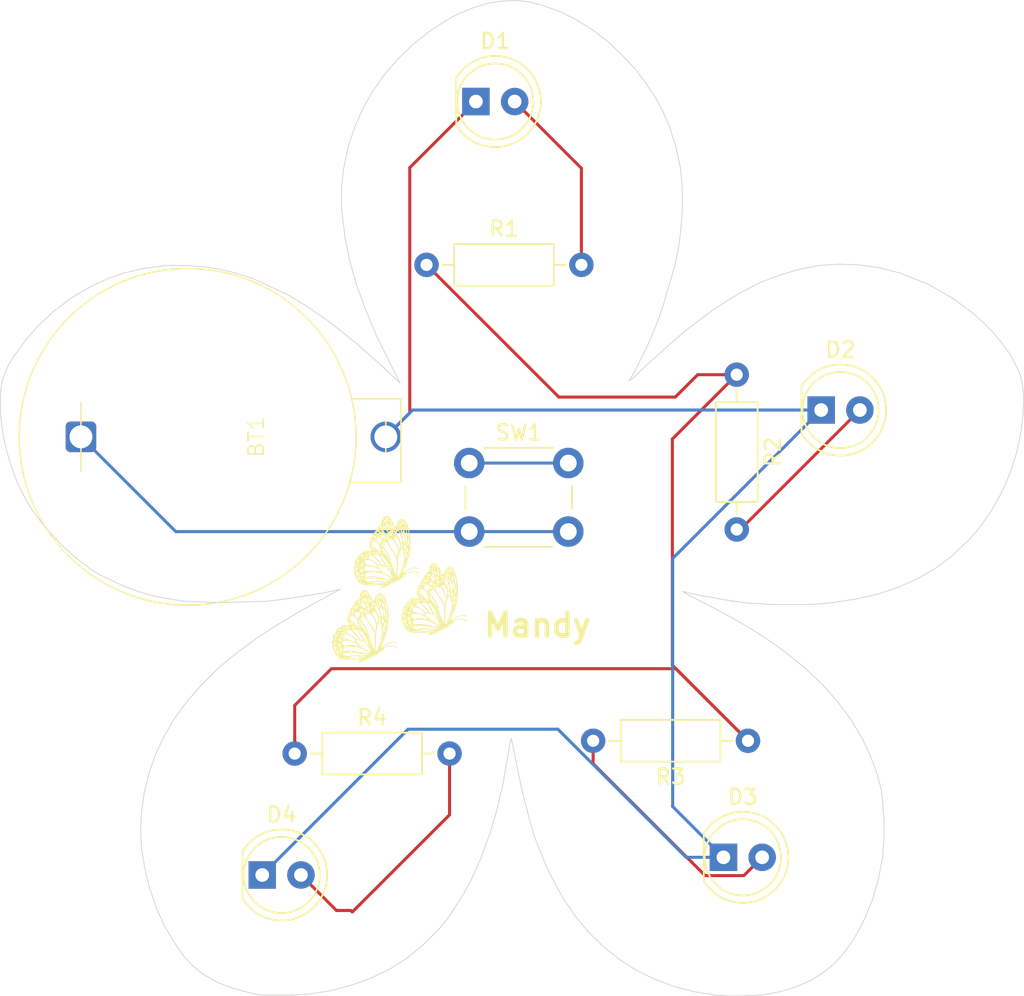
<source format=kicad_pcb>
(kicad_pcb (version 20241229) (generator "pcbnew") (generator_version "9.0")
  (layers (0 "F.Cu" signal) (2 "B.Cu" signal) (13 "F.Paste" user) (15 "B.Paste" user) (5 "F.SilkS" user "F.Silkscreen") (7 "B.SilkS" user "B.Silkscreen") (1 "F.Mask" user) (3 "B.Mask" user) (25 "Edge.Cuts" user))
  (net 0 "")
  (net 1 "Net-(BT1-+)")
  (net 2 "Net-(BT1--)")
  (net 3 "Net-(D1-A)")
  (net 4 "Net-(D2-A)")
  (net 5 "Net-(D3-A)")
  (net 6 "Net-(D4-A)")
  (net 7 "Net-(SW1-C)")
  (net 8 "unconnected-(SW1-A-Pad1)")
  (footprint "Graphics:butterfly2" (layer "F.Cu") (at 95.57 126.89)
    (property "Reference" "G***" (hide yes))
    (property "Value" "LOGO" (hide yes))
  )
  (footprint "Graphics:butterfly2" (layer "F.Cu") (at 100.13 125.13)
    (property "Reference" "G***" (hide yes))
    (property "Value" "LOGO" (hide yes))
  )
  (footprint "Resistor_THT:R_Axial_DIN0207_L6.3mm_D2.5mm_P10.16mm_Horizontal" (layer "F.Cu") (at 99.63 103.16)
    (property "Reference" "R1" (at 5.08 -2.37 0) (layer "F.SilkS"))
    (property "Value" "R")
    (pad "1" thru_hole circle (at 0 0) (size 1.6 1.6) (drill 0.8) (layers "*.Cu" "*.Mask") (net 7 "Net-(SW1-C)"))
    (pad "2" thru_hole circle (at 10.16 0) (size 1.6 1.6) (drill 0.8) (layers "*.Cu" "*.Mask") (net 3 "Net-(D1-A)"))
  )
  (footprint "Graphics:butterfly2" (layer "F.Cu") (at 97.01 122.01)
    (property "Reference" "G***" (hide yes))
    (property "Value" "LOGO" (hide yes))
  )
  (footprint "LED_THT:LED_D5.0mm" (layer "F.Cu") (at 102.87 92.44)
    (property "Reference" "D1" (at 1.27 -3.96 0) (layer "F.SilkS"))
    (property "Value" "LED")
    (pad "1" thru_hole rect (at 0 0) (size 1.8 1.8) (drill 0.9) (layers "*.Cu" "*.Mask") (net 2 "Net-(BT1--)"))
    (pad "2" thru_hole circle (at 2.54 0) (size 1.8 1.8) (drill 0.9) (layers "*.Cu" "*.Mask") (net 3 "Net-(D1-A)"))
  )
  (footprint "custom_footprints:CR2032 Button Battery Holder 2 Pin" (layer "F.Cu") (at 88.955249 114.449751 90)
    (property "Reference" "BT1" (at 0 -0.5 90) (layer "F.SilkS") (effects (font (thickness 0.1))))
    (property "Value" "Battery_Cell")
    (pad "1" thru_hole roundrect (at 0 -12 90) (size 2 2) (drill 1.5) (layers "*.Cu" "*.Mask") (roundrect_rratio 0.15) (net 1 "Net-(BT1-+)"))
    (pad "2" thru_hole circle (at 0 8 90) (size 2 2) (drill 1.5) (layers "*.Cu" "*.Mask") (net 2 "Net-(BT1--)"))
  )
  (footprint "Resistor_THT:R_Axial_DIN0207_L6.3mm_D2.5mm_P10.16mm_Horizontal" (layer "F.Cu") (at 90.98 135.24)
    (property "Reference" "R4" (at 5.08 -2.37 0) (layer "F.SilkS"))
    (property "Value" "R")
    (pad "1" thru_hole circle (at 0 0) (size 1.6 1.6) (drill 0.8) (layers "*.Cu" "*.Mask") (net 7 "Net-(SW1-C)"))
    (pad "2" thru_hole circle (at 10.16 0) (size 1.6 1.6) (drill 0.8) (layers "*.Cu" "*.Mask") (net 6 "Net-(D4-A)"))
  )
  (footprint "Resistor_THT:R_Axial_DIN0207_L6.3mm_D2.5mm_P10.16mm_Horizontal" (layer "F.Cu") (at 119.98 110.37 -90)
    (property "Reference" "R2" (at 5.08 -2.37 90) (layer "F.SilkS"))
    (property "Value" "R")
    (pad "1" thru_hole circle (at 0 0 270) (size 1.6 1.6) (drill 0.8) (layers "*.Cu" "*.Mask") (net 7 "Net-(SW1-C)"))
    (pad "2" thru_hole circle (at 10.16 0 270) (size 1.6 1.6) (drill 0.8) (layers "*.Cu" "*.Mask") (net 4 "Net-(D2-A)"))
  )
  (footprint "Button_Switch_THT:SW_PUSH_6mm" (layer "F.Cu") (at 102.43 116.17)
    (property "Reference" "SW1" (at 3.25 -2 0) (layer "F.SilkS"))
    (property "Value" "SW_SPDT")
    (pad "1" thru_hole circle (at 0 0 90) (size 2 2) (drill 1.1) (layers "*.Cu" "*.Mask") (net 8 "unconnected-(SW1-A-Pad1)"))
    (pad "1" thru_hole circle (at 6.5 0 90) (size 2 2) (drill 1.1) (layers "*.Cu" "*.Mask") (net 8 "unconnected-(SW1-A-Pad1)"))
    (pad "2" thru_hole circle (at 0 4.5 90) (size 2 2) (drill 1.1) (layers "*.Cu" "*.Mask") (net 1 "Net-(BT1-+)"))
    (pad "2" thru_hole circle (at 6.5 4.5 90) (size 2 2) (drill 1.1) (layers "*.Cu" "*.Mask") (net 1 "Net-(BT1-+)"))
  )
  (footprint "Resistor_THT:R_Axial_DIN0207_L6.3mm_D2.5mm_P10.16mm_Horizontal" (layer "F.Cu") (at 120.72 134.4 180)
    (property "Reference" "R3" (at 5.08 -2.37 0) (layer "F.SilkS"))
    (property "Value" "R")
    (pad "1" thru_hole circle (at 0 0 180) (size 1.6 1.6) (drill 0.8) (layers "*.Cu" "*.Mask") (net 7 "Net-(SW1-C)"))
    (pad "2" thru_hole circle (at 10.16 0 180) (size 1.6 1.6) (drill 0.8) (layers "*.Cu" "*.Mask") (net 5 "Net-(D3-A)"))
  )
  (footprint "LED_THT:LED_D5.0mm" (layer "F.Cu") (at 125.52 112.69)
    (property "Reference" "D2" (at 1.27 -3.96 0) (layer "F.SilkS"))
    (property "Value" "LED")
    (pad "1" thru_hole rect (at 0 0) (size 1.8 1.8) (drill 0.9) (layers "*.Cu" "*.Mask") (net 2 "Net-(BT1--)"))
    (pad "2" thru_hole circle (at 2.54 0) (size 1.8 1.8) (drill 0.9) (layers "*.Cu" "*.Mask") (net 4 "Net-(D2-A)"))
  )
  (footprint "LED_THT:LED_D5.0mm" (layer "F.Cu") (at 88.85 143.21)
    (property "Reference" "D4" (at 1.27 -3.96 0) (layer "F.SilkS"))
    (property "Value" "LED")
    (pad "1" thru_hole rect (at 0 0) (size 1.8 1.8) (drill 0.9) (layers "*.Cu" "*.Mask") (net 2 "Net-(BT1--)"))
    (pad "2" thru_hole circle (at 2.54 0) (size 1.8 1.8) (drill 0.9) (layers "*.Cu" "*.Mask") (net 6 "Net-(D4-A)"))
  )
  (footprint "LED_THT:LED_D5.0mm" (layer "F.Cu") (at 119.11 142.05)
    (property "Reference" "D3" (at 1.27 -3.96 0) (layer "F.SilkS"))
    (property "Value" "LED")
    (pad "1" thru_hole rect (at 0 0) (size 1.8 1.8) (drill 0.9) (layers "*.Cu" "*.Mask") (net 2 "Net-(BT1--)"))
    (pad "2" thru_hole circle (at 2.54 0) (size 1.8 1.8) (drill 0.9) (layers "*.Cu" "*.Mask") (net 5 "Net-(D3-A)"))
  )
  (footprint "MountingHole:MountingHole_2mm" (layer "F.Cu") (at 111.66 92.48)
    (property "Reference" "H1" (hide yes))
    (property "Value" "MountingHole")
    (pad "" np_thru_hole circle (at 0 0) (size 2 2) (drill 2) (layers "*.Cu" "*.Mask"))
  )
  (gr_line (start 85.79 150.2) (end 84.92 149.69) (stroke (width 0.05)) (layer "Edge.Cuts"))
  (gr_line (start 88.57 127.61) (end 89.88 126.76) (stroke (width 0.05)) (layer "Edge.Cuts"))
  (gr_line (start 115.15 105.83) (end 114.92 106.52) (stroke (width 0.05)) (layer "Edge.Cuts"))
  (gr_line (start 124.5 129.67) (end 125.65 130.75) (stroke (width 0.05)) (layer "Edge.Cuts"))
  (gr_line (start 138.77 111.35) (end 138.81 112.14) (stroke (width 0.05)) (layer "Edge.Cuts"))
  (gr_line (start 118.65 151.11) (end 118.19 151.02) (stroke (width 0.05)) (layer "Edge.Cuts"))
  (gr_line (start 119.21 126.08) (end 120.2 126.63) (stroke (width 0.05)) (layer "Edge.Cuts"))
  (gr_line (start 84.86 130.74) (end 86 129.6) (stroke (width 0.05)) (layer "Edge.Cuts"))
  (gr_line (start 89.19 125.24) (end 86.08 125.33) (stroke (width 0.05)) (layer "Edge.Cuts"))
  (gr_line (start 128.04 146.75) (end 127.63 147.47) (stroke (width 0.05)) (layer "Edge.Cuts"))
  (gr_line (start 125.64 149.63) (end 124.83 150.13) (stroke (width 0.05)) (layer "Edge.Cuts"))
  (gr_line (start 81.99 124.95) (end 81.41 124.81) (stroke (width 0.05)) (layer "Edge.Cuts"))
  (gr_line (start 86.93 150.65) (end 86.54 150.51) (stroke (width 0.05)) (layer "Edge.Cuts"))
  (gr_line (start 94.05 98.11) (end 94.2 96.78) (stroke (width 0.05)) (layer "Edge.Cuts"))
  (gr_line (start 74.39 120.11) (end 73.79 119.29) (stroke (width 0.05)) (layer "Edge.Cuts"))
  (gr_line (start 138.51 114.78) (end 138.26 115.78) (stroke (width 0.05)) (layer "Edge.Cuts"))
  (gr_line (start 83.94 131.79) (end 84.86 130.74) (stroke (width 0.05)) (layer "Edge.Cuts"))
  (gr_line (start 97.71 89.69) (end 98.72 88.71) (stroke (width 0.05)) (layer "Edge.Cuts"))
  (gr_line (start 115.11 93.02) (end 115.6 94.19) (stroke (width 0.05)) (layer "Edge.Cuts"))
  (gr_line (start 110.24 146.94) (end 109.35 145.86) (stroke (width 0.05)) (layer "Edge.Cuts"))
  (gr_line (start 101.04 146.03) (end 100.39 146.83) (stroke (width 0.05)) (layer "Edge.Cuts"))
  (gr_line (start 121.25 151.11) (end 120.24 151.15) (stroke (width 0.05)) (layer "Edge.Cuts"))
  (gr_line (start 72.16 115.66) (end 71.93 114.7) (stroke (width 0.05)) (layer "Edge.Cuts"))
  (gr_line (start 112.44 89.37) (end 113.34 90.33) (stroke (width 0.05)) (layer "Edge.Cuts"))
  (gr_line (start 80.92 139.23) (end 81.09 137.92) (stroke (width 0.05)) (layer "Edge.Cuts"))
  (gr_line (start 129.64 139.64) (end 129.64 140.75) (stroke (width 0.05)) (layer "Edge.Cuts"))
  (gr_line (start 81.88 145.33) (end 81.47 144.08) (stroke (width 0.05)) (layer "Edge.Cuts"))
  (gr_line (start 103.64 85.99) (end 104.53 85.85) (stroke (width 0.05)) (layer "Edge.Cuts"))
  (gr_line (start 132.97 123.11) (end 131.86 123.75) (stroke (width 0.05)) (layer "Edge.Cuts"))
  (gr_line (start 78.6 104.11) (end 79.8 103.69) (stroke (width 0.05)) (layer "Edge.Cuts"))
  (gr_line (start 138.76 112.69) (end 138.76 113.02) (stroke (width 0.05)) (layer "Edge.Cuts"))
  (gr_line (start 83.04 147.58) (end 82.4 146.47) (stroke (width 0.05)) (layer "Edge.Cuts"))
  (gr_line (start 129.47 137.64) (end 129.53 138.08) (stroke (width 0.05)) (layer "Edge.Cuts"))
  (gr_line (start 94.05 99.45) (end 94.05 98.11) (stroke (width 0.05)) (layer "Edge.Cuts"))
  (gr_line (start 138.68 113.83) (end 138.51 114.78) (stroke (width 0.05)) (layer "Edge.Cuts"))
  (gr_line (start 138.76 113.02) (end 138.68 113.83) (stroke (width 0.05)) (layer "Edge.Cuts"))
  (gr_line (start 71.67 112.04) (end 71.71 111.28) (stroke (width 0.05)) (layer "Edge.Cuts"))
  (gr_line (start 107.47 142.6) (end 107.05 141.55) (stroke (width 0.05)) (layer "Edge.Cuts"))
  (gr_line (start 100.79 87.2) (end 101.64 86.72) (stroke (width 0.05)) (layer "Edge.Cuts"))
  (gr_line (start 86 129.6) (end 87.19 128.62) (stroke (width 0.05)) (layer "Edge.Cuts"))
  (gr_line (start 71.93 114.7) (end 71.77 113.79) (stroke (width 0.05)) (layer "Edge.Cuts"))
  (gr_line (start 82.49 103.21) (end 83.85 103.21) (stroke (width 0.05)) (layer "Edge.Cuts"))
  (gr_line (start 83.74 148.6) (end 83.04 147.58) (stroke (width 0.05)) (layer "Edge.Cuts"))
  (gr_line (start 95.41 92.99) (end 96.04 91.85) (stroke (width 0.05)) (layer "Edge.Cuts"))
  (gr_line (start 74.74 120.52) (end 74.39 120.11) (stroke (width 0.05)) (layer "Edge.Cuts"))
  (gr_line (start 87.19 128.62) (end 88.57 127.61) (stroke (width 0.05)) (layer "Edge.Cuts"))
  (gr_line (start 113.19 110.58) (end 113.98 109.82) (stroke (width 0.05)) (layer "Edge.Cuts"))
  (gr_line (start 137.43 108.36) (end 137.92 109.05) (stroke (width 0.05)) (layer "Edge.Cuts"))
  (gr_line (start 113.98 109.82) (end 115.48 108.47) (stroke (width 0.05)) (layer "Edge.Cuts"))
  (gr_line (start 97.89 110.92) (end 96.36 107.85) (stroke (width 0.05)) (layer "Edge.Cuts"))
  (gr_line (start 88.78 151.09) (end 88.13 150.97) (stroke (width 0.05)) (layer "Edge.Cuts"))
  (gr_line (start 116.17 102.01) (end 115.93 103.19) (stroke (width 0.05)) (layer "Edge.Cuts"))
  (gr_line (start 91.72 124.88) (end 90.73 125.04) (stroke (width 0.05)) (layer "Edge.Cuts"))
  (gr_line (start 135.45 106.32) (end 136.08 106.86) (stroke (width 0.05)) (layer "Edge.Cuts"))
  (gr_line (start 102.55 143.55) (end 102.09 144.4) (stroke (width 0.05)) (layer "Edge.Cuts"))
  (gr_line (start 75.14 106.23) (end 76.26 105.38) (stroke (width 0.05)) (layer "Edge.Cuts"))
  (gr_line (start 72.57 109.15) (end 73.35 108.07) (stroke (width 0.05)) (layer "Edge.Cuts"))
  (gr_line (start 80.88 124.65) (end 79.95 124.32) (stroke (width 0.05)) (layer "Edge.Cuts"))
  (gr_line (start 82.42 134.1) (end 83.07 132.97) (stroke (width 0.05)) (layer "Edge.Cuts"))
  (gr_line (start 121.36 127.33) (end 122.22 127.9) (stroke (width 0.05)) (layer "Edge.Cuts"))
  (gr_line (start 133.98 122.37) (end 132.97 123.11) (stroke (width 0.05)) (layer "Edge.Cuts"))
  (gr_line (start 129.64 140.75) (end 129.56 141.98) (stroke (width 0.05)) (layer "Edge.Cuts"))
  (gr_line (start 107.05 141.55) (end 106.69 140.64) (stroke (width 0.05)) (layer "Edge.Cuts"))
  (gr_line (start 104.66 137.17) (end 104.2 139.11) (stroke (width 0.05)) (layer "Edge.Cuts"))
  (gr_line (start 120.17 105.02) (end 121.52 104.32) (stroke (width 0.05)) (layer "Edge.Cuts"))
  (gr_line (start 98.29 148.71) (end 97.24 149.37) (stroke (width 0.05)) (layer "Edge.Cuts"))
  (gr_line (start 91.75 105.87) (end 93.18 106.84) (stroke (width 0.05)) (layer "Edge.Cuts"))
  (gr_line (start 83.85 103.21) (end 84.96 103.28) (stroke (width 0.05)) (layer "Edge.Cuts"))
  (gr_line (start 100.39 146.83) (end 99.32 147.87) (stroke (width 0.05)) (layer "Edge.Cuts"))
  (gr_line (start 118.19 151.02) (end 117.72 150.96) (stroke (width 0.05)) (layer "Edge.Cuts"))
  (gr_line (start 79.95 124.32) (end 79.32 124.05) (stroke (width 0.05)) (layer "Edge.Cuts"))
  (gr_line (start 84.92 149.69) (end 84.3 149.18) (stroke (width 0.05)) (layer "Edge.Cuts"))
  (gr_line (start 73.6 119.01) (end 73.1 118.1) (stroke (width 0.05)) (layer "Edge.Cuts"))
  (gr_line (start 82.4 146.47) (end 81.88 145.33) (stroke (width 0.05)) (layer "Edge.Cuts"))
  (gr_line (start 79.8 103.69) (end 81.14 103.38) (stroke (width 0.05)) (layer "Edge.Cuts"))
  (gr_line (start 96 149.97) (end 94.78 150.42) (stroke (width 0.05)) (layer "Edge.Cuts"))
  (gr_line (start 138.61 110.49) (end 138.77 111.35) (stroke (width 0.05)) (layer "Edge.Cuts"))
  (gr_line (start 128.04 103.17) (end 129.34 103.35) (stroke (width 0.05)) (layer "Edge.Cuts"))
  (gr_line (start 89.16 151.09) (end 88.78 151.09) (stroke (width 0.05)) (layer "Edge.Cuts"))
  (gr_line (start 107.41 86.18) (end 108.49 86.58) (stroke (width 0.05)) (layer "Edge.Cuts"))
  (gr_line (start 126.29 125.33) (end 124.88 125.45) (stroke (width 0.05)) (layer "Edge.Cuts"))
  (gr_line (start 122.98 150.83) (end 122.1 151.01) (stroke (width 0.05)) (layer "Edge.Cuts"))
  (gr_line (start 116.42 124.6) (end 116.87 124.87) (stroke (width 0.05)) (layer "Edge.Cuts"))
  (gr_line (start 92 125.52) (end 93.97 124.45) (stroke (width 0.05)) (layer "Edge.Cuts"))
  (gr_line (start 128.17 134.17) (end 128.73 135.34) (stroke (width 0.05)) (layer "Edge.Cuts"))
  (gr_line (start 91.81 151.04) (end 90.82 151.09) (stroke (width 0.05)) (layer "Edge.Cuts"))
  (gr_line (start 116.87 124.87) (end 117.97 125.42) (stroke (width 0.05)) (layer "Edge.Cuts"))
  (gr_line (start 122.79 103.84) (end 124.1 103.44) (stroke (width 0.05)) (layer "Edge.Cuts"))
  (gr_line (start 90.73 125.04) (end 89.19 125.24) (stroke (width 0.05)) (layer "Edge.Cuts"))
  (gr_line (start 96.83 109.92) (end 97.89 110.92) (stroke (width 0.05)) (layer "Edge.Cuts"))
  (gr_line (start 73.35 108.07) (end 74.11 107.21) (stroke (width 0.05)) (layer "Edge.Cuts"))
  (gr_line (start 129.53 138.08) (end 129.64 139.64) (stroke (width 0.05)) (layer "Edge.Cuts"))
  (gr_line (start 118.33 106.19) (end 119.22 105.6) (stroke (width 0.05)) (layer "Edge.Cuts"))
  (gr_line (start 116.29 101.09) (end 116.17 102.01) (stroke (width 0.05)) (layer "Edge.Cuts"))
  (gr_line (start 94.47 95.48) (end 94.89 94.2) (stroke (width 0.05)) (layer "Edge.Cuts"))
  (gr_line (start 93.72 124.52) (end 92.8 124.71) (stroke (width 0.05)) (layer "Edge.Cuts"))
  (gr_line (start 102.09 144.4) (end 101.42 145.46) (stroke (width 0.05)) (layer "Edge.Cuts"))
  (gr_line (start 125.44 103.2) (end 126.74 103.11) (stroke (width 0.05)) (layer "Edge.Cuts"))
  (gr_line (start 91.16 126) (end 92 125.52) (stroke (width 0.05)) (layer "Edge.Cuts"))
  (gr_line (start 77.38 104.7) (end 78.6 104.11) (stroke (width 0.05)) (layer "Edge.Cuts"))
  (gr_line (start 135.2 121.23) (end 133.98 122.37) (stroke (width 0.05)) (layer "Edge.Cuts"))
  (gr_line (start 114.16 108.39) (end 113.27 110.19) (stroke (width 0.05)) (layer "Edge.Cuts"))
  (gr_line (start 117.2 150.87) (end 115.87 150.53) (stroke (width 0.05)) (layer "Edge.Cuts"))
  (gr_line (start 121.52 104.32) (end 122.79 103.84) (stroke (width 0.05)) (layer "Edge.Cuts"))
  (gr_line (start 96.81 90.74) (end 97.71 89.69) (stroke (width 0.05)) (layer "Edge.Cuts"))
  (gr_line (start 88.27 104.07) (end 90.58 105.15) (stroke (width 0.05)) (layer "Edge.Cuts"))
  (gr_line (start 122.22 127.9) (end 123.05 128.49) (stroke (width 0.05)) (layer "Edge.Cuts"))
  (gr_line (start 75.63 121.49) (end 74.74 120.52) (stroke (width 0.05)) (layer "Edge.Cuts"))
  (gr_line (start 111.21 147.89) (end 110.24 146.94) (stroke (width 0.05)) (layer "Edge.Cuts"))
  (gr_line (start 89.88 126.76) (end 91.16 126) (stroke (width 0.05)) (layer "Edge.Cuts"))
  (gr_line (start 105.53 135.94) (end 105.2 134.28) (stroke (width 0.05)) (layer "Edge.Cuts"))
  (gr_line (start 86.08 125.33) (end 83.71 125.24) (stroke (width 0.05)) (layer "Edge.Cuts"))
  (gr_line (start 126.39 149.02) (end 125.64 149.63) (stroke (width 0.05)) (layer "Edge.Cuts"))
  (gr_line (start 93.18 106.84) (end 95 108.29) (stroke (width 0.05)) (layer "Edge.Cuts"))
  (gr_line (start 71.67 112.79) (end 71.67 112.04) (stroke (width 0.05)) (layer "Edge.Cuts"))
  (gr_line (start 126.74 103.11) (end 128.04 103.17) (stroke (width 0.05)) (layer "Edge.Cuts"))
  (gr_line (start 82.93 125.12) (end 81.99 124.95) (stroke (width 0.05)) (layer "Edge.Cuts"))
  (gr_line (start 107.92 143.51) (end 107.47 142.6) (stroke (width 0.05)) (layer "Edge.Cuts"))
  (gr_line (start 101.42 145.46) (end 101.04 146.03) (stroke (width 0.05)) (layer "Edge.Cuts"))
  (gr_line (start 80.94 141.54) (end 80.87 140.27) (stroke (width 0.05)) (layer "Edge.Cuts"))
  (gr_line (start 132.53 104.43) (end 134.24 105.41) (stroke (width 0.05)) (layer "Edge.Cuts"))
  (gr_line (start 109.52 87.11) (end 110.6 87.8) (stroke (width 0.05)) (layer "Edge.Cuts"))
  (gr_line (start 116 95.44) (end 116.28 96.75) (stroke (width 0.05)) (layer "Edge.Cuts"))
  (gr_line (start 94.2 96.78) (end 94.47 95.48) (stroke (width 0.05)) (layer "Edge.Cuts"))
  (gr_line (start 123.9 129.17) (end 124.5 129.67) (stroke (width 0.05)) (layer "Edge.Cuts"))
  (gr_line (start 119 125.11) (end 117.58 124.86) (stroke (width 0.05)) (layer "Edge.Cuts"))
  (gr_line (start 90.82 151.09) (end 89.16 151.09) (stroke (width 0.05)) (layer "Edge.Cuts"))
  (gr_line (start 136.08 106.86) (end 136.77 107.56) (stroke (width 0.05)) (layer "Edge.Cuts"))
  (gr_line (start 128.73 135.34) (end 129.21 136.62) (stroke (width 0.05)) (layer "Edge.Cuts"))
  (gr_line (start 92.8 124.71) (end 91.72 124.88) (stroke (width 0.05)) (layer "Edge.Cuts"))
  (gr_line (start 73.79 119.29) (end 73.6 119.01) (stroke (width 0.05)) (layer "Edge.Cuts"))
  (gr_line (start 105.14 134.4) (end 105.02 135.08) (stroke (width 0.05)) (layer "Edge.Cuts"))
  (gr_line (start 126.57 131.8) (end 127.44 132.96) (stroke (width 0.05)) (layer "Edge.Cuts"))
  (gr_line (start 74.11 107.21) (end 75.14 106.23) (stroke (width 0.05)) (layer "Edge.Cuts"))
  (gr_line (start 105.79 137.17) (end 105.53 135.94) (stroke (width 0.05)) (layer "Edge.Cuts"))
  (gr_line (start 112.24 148.72) (end 111.21 147.89) (stroke (width 0.05)) (layer "Edge.Cuts"))
  (gr_line (start 124.88 125.45) (end 122.33 125.45) (stroke (width 0.05)) (layer "Edge.Cuts"))
  (gr_line (start 138.26 115.78) (end 137.95 116.72) (stroke (width 0.05)) (layer "Edge.Cuts"))
  (gr_line (start 119.22 105.6) (end 120.17 105.02) (stroke (width 0.05)) (layer "Edge.Cuts"))
  (gr_line (start 98.72 88.71) (end 99.79 87.86) (stroke (width 0.05)) (layer "Edge.Cuts"))
  (gr_line (start 73.1 118.1) (end 72.78 117.44) (stroke (width 0.05)) (layer "Edge.Cuts"))
  (gr_line (start 119.7 125.23) (end 119 125.11) (stroke (width 0.05)) (layer "Edge.Cuts"))
  (gr_line (start 115.93 103.19) (end 115.15 105.83) (stroke (width 0.05)) (layer "Edge.Cuts"))
  (gr_line (start 113.34 90.33) (end 114.01 91.22) (stroke (width 0.05)) (layer "Edge.Cuts"))
  (gr_line (start 71.95 110.31) (end 72.21 109.72) (stroke (width 0.05)) (layer "Edge.Cuts"))
  (gr_line (start 137.59 117.61) (end 137.29 118.23) (stroke (width 0.05)) (layer "Edge.Cuts"))
  (gr_line (start 138.81 112.14) (end 138.76 112.69) (stroke (width 0.05)) (layer "Edge.Cuts"))
  (gr_line (start 116.8 124.69) (end 116.42 124.6) (stroke (width 0.05)) (layer "Edge.Cuts"))
  (gr_line (start 99.32 147.87) (end 98.29 148.71) (stroke (width 0.05)) (layer "Edge.Cuts"))
  (gr_line (start 87.7 150.86) (end 86.93 150.65) (stroke (width 0.05)) (layer "Edge.Cuts"))
  (gr_line (start 127.63 147.47) (end 127.04 148.29) (stroke (width 0.05)) (layer "Edge.Cuts"))
  (gr_line (start 103.53 141.18) (end 103.14 142.23) (stroke (width 0.05)) (layer "Edge.Cuts"))
  (gr_line (start 112.92 110.76) (end 113.19 110.58) (stroke (width 0.05)) (layer "Edge.Cuts"))
  (gr_line (start 94.58 102.86) (end 94.28 101.37) (stroke (width 0.05)) (layer "Edge.Cuts"))
  (gr_line (start 81.15 142.81) (end 80.94 141.54) (stroke (width 0.05)) (layer "Edge.Cuts"))
  (gr_line (start 103.14 142.23) (end 102.55 143.55) (stroke (width 0.05)) (layer "Edge.Cuts"))
  (gr_line (start 84.3 149.18) (end 83.74 148.6) (stroke (width 0.05)) (layer "Edge.Cuts"))
  (gr_line (start 96.36 107.85) (end 95.65 106.13) (stroke (width 0.05)) (layer "Edge.Cuts"))
  (gr_line (start 113.37 149.45) (end 112.24 148.72) (stroke (width 0.05)) (layer "Edge.Cuts"))
  (gr_line (start 72.78 117.44) (end 72.62 117.04) (stroke (width 0.05)) (layer "Edge.Cuts"))
  (gr_line (start 125.65 130.75) (end 126.57 131.8) (stroke (width 0.05)) (layer "Edge.Cuts"))
  (gr_line (start 122.33 125.45) (end 120.66 125.36) (stroke (width 0.05)) (layer "Edge.Cuts"))
  (gr_line (start 101.64 86.72) (end 102.67 86.29) (stroke (width 0.05)) (layer "Edge.Cuts"))
  (gr_line (start 130.59 124.32) (end 129.25 124.77) (stroke (width 0.05)) (layer "Edge.Cuts"))
  (gr_line (start 114.01 91.22) (end 114.73 92.32) (stroke (width 0.05)) (layer "Edge.Cuts"))
  (gr_line (start 81.41 124.81) (end 80.88 124.65) (stroke (width 0.05)) (layer "Edge.Cuts"))
  (gr_line (start 115.48 108.47) (end 116.63 107.47) (stroke (width 0.05)) (layer "Edge.Cuts"))
  (gr_line (start 137.92 109.05) (end 138.38 109.91) (stroke (width 0.05)) (layer "Edge.Cuts"))
  (gr_line (start 79.32 124.05) (end 78.21 123.51) (stroke (width 0.05)) (layer "Edge.Cuts"))
  (gr_line (start 122.1 151.01) (end 121.25 151.11) (stroke (width 0.05)) (layer "Edge.Cuts"))
  (gr_line (start 120.66 125.36) (end 119.7 125.23) (stroke (width 0.05)) (layer "Edge.Cuts"))
  (gr_line (start 105.46 85.8) (end 106.33 85.89) (stroke (width 0.05)) (layer "Edge.Cuts"))
  (gr_line (start 108.6 144.76) (end 107.92 143.51) (stroke (width 0.05)) (layer "Edge.Cuts"))
  (gr_line (start 114.62 150.06) (end 113.37 149.45) (stroke (width 0.05)) (layer "Edge.Cuts"))
  (gr_line (start 137.29 118.23) (end 136.66 119.35) (stroke (width 0.05)) (layer "Edge.Cuts"))
  (gr_line (start 77.51 123.08) (end 76.48 122.27) (stroke (width 0.05)) (layer "Edge.Cuts"))
  (gr_line (start 81.09 137.92) (end 81.4 136.6) (stroke (width 0.05)) (layer "Edge.Cuts"))
  (gr_line (start 95.65 106.13) (end 95.04 104.49) (stroke (width 0.05)) (layer "Edge.Cuts"))
  (gr_line (start 129.29 143.42) (end 128.91 144.77) (stroke (width 0.05)) (layer "Edge.Cuts"))
  (gr_line (start 128.41 146) (end 128.04 146.75) (stroke (width 0.05)) (layer "Edge.Cuts"))
  (gr_line (start 116.63 107.47) (end 118.33 106.19) (stroke (width 0.05)) (layer "Edge.Cuts"))
  (gr_line (start 106.36 139.47) (end 105.92 137.77) (stroke (width 0.05)) (layer "Edge.Cuts"))
  (gr_line (start 117.97 125.42) (end 119.21 126.08) (stroke (width 0.05)) (layer "Edge.Cuts"))
  (gr_line (start 123.05 128.49) (end 123.9 129.17) (stroke (width 0.05)) (layer "Edge.Cuts"))
  (gr_line (start 84.96 103.28) (end 86.06 103.44) (stroke (width 0.05)) (layer "Edge.Cuts"))
  (gr_line (start 88.13 150.97) (end 87.7 150.86) (stroke (width 0.05)) (layer "Edge.Cuts"))
  (gr_line (start 72.44 116.54) (end 72.16 115.66) (stroke (width 0.05)) (layer "Edge.Cuts"))
  (gr_line (start 94.28 101.37) (end 94.05 99.45) (stroke (width 0.05)) (layer "Edge.Cuts"))
  (gr_line (start 131.86 123.75) (end 130.59 124.32) (stroke (width 0.05)) (layer "Edge.Cuts"))
  (gr_line (start 83.07 132.97) (end 83.94 131.79) (stroke (width 0.05)) (layer "Edge.Cuts"))
  (gr_line (start 106.33 85.89) (end 107.41 86.18) (stroke (width 0.05)) (layer "Edge.Cuts"))
  (gr_line (start 129.25 124.77) (end 127.83 125.09) (stroke (width 0.05)) (layer "Edge.Cuts"))
  (gr_line (start 117.72 150.96) (end 117.2 150.87) (stroke (width 0.05)) (layer "Edge.Cuts"))
  (gr_line (start 86.06 103.44) (end 87.15 103.71) (stroke (width 0.05)) (layer "Edge.Cuts"))
  (gr_line (start 72.21 109.72) (end 72.57 109.15) (stroke (width 0.05)) (layer "Edge.Cuts"))
  (gr_line (start 103.76 140.57) (end 103.53 141.18) (stroke (width 0.05)) (layer "Edge.Cuts"))
  (gr_line (start 104.79 136.37) (end 104.66 137.17) (stroke (width 0.05)) (layer "Edge.Cuts"))
  (gr_line (start 86.54 150.51) (end 85.79 150.2) (stroke (width 0.05)) (layer "Edge.Cuts"))
  (gr_line (start 104.2 139.11) (end 103.76 140.57) (stroke (width 0.05)) (layer "Edge.Cuts"))
  (gr_line (start 95.04 104.49) (end 94.58 102.86) (stroke (width 0.05)) (layer "Edge.Cuts"))
  (gr_line (start 119.43 151.15) (end 118.65 151.11) (stroke (width 0.05)) (layer "Edge.Cuts"))
  (gr_line (start 76.26 105.38) (end 77.38 104.7) (stroke (width 0.05)) (layer "Edge.Cuts"))
  (gr_line (start 135.74 120.63) (end 135.2 121.23) (stroke (width 0.05)) (layer "Edge.Cuts"))
  (gr_line (start 87.15 103.71) (end 88.27 104.07) (stroke (width 0.05)) (layer "Edge.Cuts"))
  (gr_line (start 110.6 87.8) (end 111.5 88.48) (stroke (width 0.05)) (layer "Edge.Cuts"))
  (gr_line (start 129.56 141.98) (end 129.29 143.42) (stroke (width 0.05)) (layer "Edge.Cuts"))
  (gr_line (start 115.6 94.19) (end 116 95.44) (stroke (width 0.05)) (layer "Edge.Cuts"))
  (gr_line (start 96.04 91.85) (end 96.81 90.74) (stroke (width 0.05)) (layer "Edge.Cuts"))
  (gr_line (start 78.21 123.51) (end 77.51 123.08) (stroke (width 0.05)) (layer "Edge.Cuts"))
  (gr_line (start 93.97 124.45) (end 93.72 124.52) (stroke (width 0.05)) (layer "Edge.Cuts"))
  (gr_line (start 114.92 106.52) (end 114.53 107.52) (stroke (width 0.05)) (layer "Edge.Cuts"))
  (gr_line (start 120.24 151.15) (end 119.43 151.15) (stroke (width 0.05)) (layer "Edge.Cuts"))
  (gr_line (start 127.44 132.96) (end 128.17 134.17) (stroke (width 0.05)) (layer "Edge.Cuts"))
  (gr_line (start 120.2 126.63) (end 121.36 127.33) (stroke (width 0.05)) (layer "Edge.Cuts"))
  (gr_line (start 116.41 99.62) (end 116.29 101.09) (stroke (width 0.05)) (layer "Edge.Cuts"))
  (gr_line (start 116.28 96.75) (end 116.41 98.15) (stroke (width 0.05)) (layer "Edge.Cuts"))
  (gr_line (start 129.34 103.35) (end 130.66 103.69) (stroke (width 0.05)) (layer "Edge.Cuts"))
  (gr_line (start 116.41 98.15) (end 116.41 99.62) (stroke (width 0.05)) (layer "Edge.Cuts"))
  (gr_line (start 115.87 150.53) (end 114.62 150.06) (stroke (width 0.05)) (layer "Edge.Cuts"))
  (gr_line (start 97.24 149.37) (end 96 149.97) (stroke (width 0.05)) (layer "Edge.Cuts"))
  (gr_line (start 114.73 92.32) (end 115.11 93.02) (stroke (width 0.05)) (layer "Edge.Cuts"))
  (gr_line (start 117.58 124.86) (end 116.8 124.69) (stroke (width 0.05)) (layer "Edge.Cuts"))
  (gr_line (start 105.92 137.77) (end 105.79 137.17) (stroke (width 0.05)) (layer "Edge.Cuts"))
  (gr_line (start 81.4 136.6) (end 81.83 135.33) (stroke (width 0.05)) (layer "Edge.Cuts"))
  (gr_line (start 81.14 103.38) (end 82.49 103.21) (stroke (width 0.05)) (layer "Edge.Cuts"))
  (gr_line (start 136.04 120.24) (end 135.74 120.63) (stroke (width 0.05)) (layer "Edge.Cuts"))
  (gr_line (start 136.77 107.56) (end 137.43 108.36) (stroke (width 0.05)) (layer "Edge.Cuts"))
  (gr_line (start 81.47 144.08) (end 81.15 142.81) (stroke (width 0.05)) (layer "Edge.Cuts"))
  (gr_line (start 114.53 107.52) (end 114.16 108.39) (stroke (width 0.05)) (layer "Edge.Cuts"))
  (gr_line (start 127.83 125.09) (end 126.29 125.33) (stroke (width 0.05)) (layer "Edge.Cuts"))
  (gr_line (start 108.49 86.58) (end 109.52 87.11) (stroke (width 0.05)) (layer "Edge.Cuts"))
  (gr_line (start 105.02 135.08) (end 104.79 136.37) (stroke (width 0.05)) (layer "Edge.Cuts"))
  (gr_line (start 94.78 150.42) (end 93.28 150.82) (stroke (width 0.05)) (layer "Edge.Cuts"))
  (gr_line (start 109.35 145.86) (end 108.6 144.76) (stroke (width 0.05)) (layer "Edge.Cuts"))
  (gr_line (start 137.95 116.72) (end 137.59 117.61) (stroke (width 0.05)) (layer "Edge.Cuts"))
  (gr_line (start 104.53 85.85) (end 105.46 85.8) (stroke (width 0.05)) (layer "Edge.Cuts"))
  (gr_line (start 136.66 119.35) (end 136.04 120.24) (stroke (width 0.05)) (layer "Edge.Cuts"))
  (gr_line (start 83.71 125.24) (end 82.93 125.12) (stroke (width 0.05)) (layer "Edge.Cuts"))
  (gr_line (start 134.24 105.41) (end 135.45 106.32) (stroke (width 0.05)) (layer "Edge.Cuts"))
  (gr_line (start 111.5 88.48) (end 112.44 89.37) (stroke (width 0.05)) (layer "Edge.Cuts"))
  (gr_line (start 128.91 144.77) (end 128.41 146) (stroke (width 0.05)) (layer "Edge.Cuts"))
  (gr_line (start 71.77 113.79) (end 71.67 112.79) (stroke (width 0.05)) (layer "Edge.Cuts"))
  (gr_line (start 129.21 136.62) (end 129.47 137.64) (stroke (width 0.05)) (layer "Edge.Cuts"))
  (gr_line (start 105.2 134.28) (end 105.14 134.4) (stroke (width 0.05)) (layer "Edge.Cuts"))
  (gr_line (start 113.27 110.19) (end 112.92 110.76) (stroke (width 0.05)) (layer "Edge.Cuts"))
  (gr_line (start 72.62 117.04) (end 72.44 116.54) (stroke (width 0.05)) (layer "Edge.Cuts"))
  (gr_line (start 93.28 150.82) (end 91.81 151.04) (stroke (width 0.05)) (layer "Edge.Cuts"))
  (gr_line (start 80.87 140.27) (end 80.92 139.23) (stroke (width 0.05)) (layer "Edge.Cuts"))
  (gr_line (start 81.83 135.33) (end 82.42 134.1) (stroke (width 0.05)) (layer "Edge.Cuts"))
  (gr_line (start 94.89 94.2) (end 95.41 92.99) (stroke (width 0.05)) (layer "Edge.Cuts"))
  (gr_line (start 90.58 105.15) (end 91.75 105.87) (stroke (width 0.05)) (layer "Edge.Cuts"))
  (gr_line (start 71.71 111.28) (end 71.78 110.82) (stroke (width 0.05)) (layer "Edge.Cuts"))
  (gr_line (start 102.67 86.29) (end 103.64 85.99) (stroke (width 0.05)) (layer "Edge.Cuts"))
  (gr_line (start 123.99 150.51) (end 122.98 150.83) (stroke (width 0.05)) (layer "Edge.Cuts"))
  (gr_line (start 99.79 87.86) (end 100.79 87.2) (stroke (width 0.05)) (layer "Edge.Cuts"))
  (gr_line (start 138.38 109.91) (end 138.61 110.49) (stroke (width 0.05)) (layer "Edge.Cuts"))
  (gr_line (start 124.1 103.44) (end 125.44 103.2) (stroke (width 0.05)) (layer "Edge.Cuts"))
  (gr_line (start 76.48 122.27) (end 75.63 121.49) (stroke (width 0.05)) (layer "Edge.Cuts"))
  (gr_line (start 71.78 110.82) (end 71.95 110.31) (stroke (width 0.05)) (layer "Edge.Cuts"))
  (gr_line (start 127.04 148.29) (end 126.39 149.02) (stroke (width 0.05)) (layer "Edge.Cuts"))
  (gr_line (start 95 108.29) (end 96.83 109.92) (stroke (width 0.05)) (layer "Edge.Cuts"))
  (gr_line (start 124.83 150.13) (end 123.99 150.51) (stroke (width 0.05)) (layer "Edge.Cuts"))
  (gr_line (start 130.66 103.69) (end 132.53 104.43) (stroke (width 0.05)) (layer "Edge.Cuts"))
  (gr_line (start 106.69 140.64) (end 106.36 139.47) (stroke (width 0.05)) (layer "Edge.Cuts"))
  (gr_text "Mandy" (at 103.25 127.69 0) (layer "F.SilkS") (effects (font (size 1.5 1.5) (thickness 0.3) (bold yes)) (justify left bottom)))
  (segment (start 83.175498 120.67) (end 102.43 120.67) (width 0.2) (layer "B.Cu") (net 1))
  (segment (start 108.93 120.67) (end 102.43 120.67) (width 0.2) (layer "B.Cu") (net 1))
  (segment (start 76.955249 114.449751) (end 83.175498 120.67) (width 0.2) (layer "B.Cu") (net 1))
  (segment (start 102.87 92.44) (end 98.529 96.781) (width 0.2) (layer "F.Cu") (net 2))
  (segment (start 98.529 112.876) (end 96.955249 114.449751) (width 0.2) (layer "F.Cu") (net 2))
  (segment (start 98.529 96.781) (end 98.529 112.876) (width 0.2) (layer "F.Cu") (net 2))
  (segment (start 116.65295 142.05) (end 119.11 142.05) (width 0.2) (layer "B.Cu") (net 2))
  (segment (start 88.85 143.21) (end 98.418004 133.641996) (width 0.2) (layer "B.Cu") (net 2))
  (segment (start 98.418004 133.641996) (end 108.244946 133.641996) (width 0.2) (layer "B.Cu") (net 2))
  (segment (start 115.777806 138.717806) (end 119.11 142.05) (width 0.2) (layer "B.Cu") (net 2))
  (segment (start 125.52 112.69) (end 115.777806 122.432194) (width 0.2) (layer "B.Cu") (net 2))
  (segment (start 108.244946 133.641996) (end 116.65295 142.05) (width 0.2) (layer "B.Cu") (net 2))
  (segment (start 98.715 112.69) (end 96.955249 114.449751) (width 0.2) (layer "B.Cu") (net 2))
  (segment (start 115.777806 122.432194) (end 115.777806 138.717806) (width 0.2) (layer "B.Cu") (net 2))
  (segment (start 125.52 112.69) (end 98.715 112.69) (width 0.2) (layer "B.Cu") (net 2))
  (segment (start 109.79 96.82) (end 109.79 103.16) (width 0.2) (layer "F.Cu") (net 3))
  (segment (start 105.41 92.44) (end 109.79 96.82) (width 0.2) (layer "F.Cu") (net 3))
  (segment (start 128.06 112.69) (end 120.22 120.53) (width 0.2) (layer "F.Cu") (net 4))
  (segment (start 120.22 120.53) (end 119.98 120.53) (width 0.2) (layer "F.Cu") (net 4))
  (segment (start 110.56 134.4) (end 110.56 135.902) (width 0.2) (layer "F.Cu") (net 5))
  (segment (start 117.909 143.251) (end 120.449 143.251) (width 0.2) (layer "F.Cu") (net 5))
  (segment (start 120.449 143.251) (end 121.65 142.05) (width 0.2) (layer "F.Cu") (net 5))
  (segment (start 110.56 135.902) (end 117.909 143.251) (width 0.2) (layer "F.Cu") (net 5))
  (segment (start 94.76 145.64) (end 94.66 145.54) (width 0.2) (layer "F.Cu") (net 6))
  (segment (start 94.66 145.54) (end 93.72 145.54) (width 0.2) (layer "F.Cu") (net 6))
  (segment (start 93.72 145.54) (end 91.39 143.21) (width 0.2) (layer "F.Cu") (net 6))
  (segment (start 101.14 135.24) (end 101.14 139.26) (width 0.2) (layer "F.Cu") (net 6))
  (segment (start 101.14 139.26) (end 94.76 145.64) (width 0.2) (layer "F.Cu") (net 6))
  (segment (start 108.31 111.84) (end 115.95 111.84) (width 0.2) (layer "F.Cu") (net 7))
  (segment (start 90.98 135.24) (end 90.98 132.08) (width 0.2) (layer "F.Cu") (net 7))
  (segment (start 93.39 129.67) (end 115.99 129.67) (width 0.2) (layer "F.Cu") (net 7))
  (segment (start 115.76 114.59) (end 119.98 110.37) (width 0.2) (layer "F.Cu") (net 7))
  (segment (start 120.72 134.4) (end 115.76 129.44) (width 0.2) (layer "F.Cu") (net 7))
  (segment (start 117.42 110.37) (end 119.98 110.37) (width 0.2) (layer "F.Cu") (net 7))
  (segment (start 90.98 132.08) (end 93.39 129.67) (width 0.2) (layer "F.Cu") (net 7))
  (segment (start 115.95 111.84) (end 117.42 110.37) (width 0.2) (layer "F.Cu") (net 7))
  (segment (start 115.99 129.67) (end 120.72 134.4) (width 0.2) (layer "F.Cu") (net 7))
  (segment (start 115.76 129.44) (end 115.76 114.59) (width 0.2) (layer "F.Cu") (net 7))
  (segment (start 99.63 103.16) (end 108.31 111.84) (width 0.2) (layer "F.Cu") (net 7))
  (segment (start 102.43 116.17) (end 108.93 116.17) (width 0.2) (layer "B.Cu") (net 8))
)
</source>
